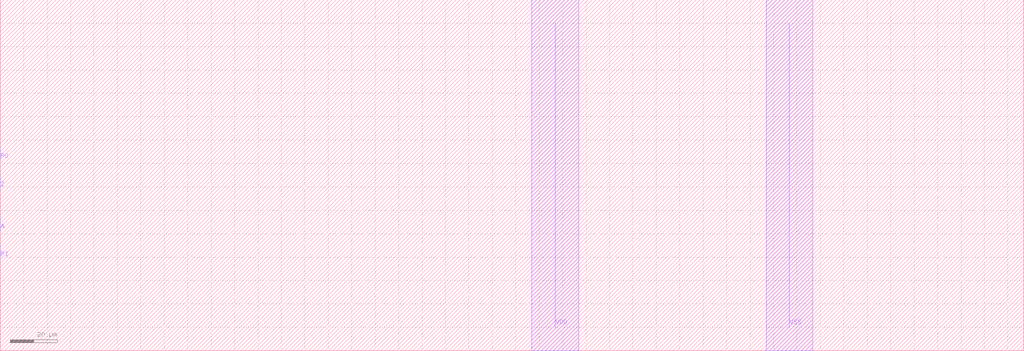
<source format=lef>
MACRO IN1Y EEQ IN1X ;
 FOREIGN IN1Y ;
 class pad ;
 SIZE 436.8 BY 150 ;
 SYMMETRY Y ;
 SITE IOY ;
 PIN Z DIRECTION OUTPUT ;
    PORT
      LAYER M2 ;
      PATH 0 69 0 75 ;
    END
 END Z
 PIN PO
    DIRECTION OUTPUT ;
    PORT
      LAYER M2 ;
      PATH 0 81 0 87 ;
    END
 END PO
 PIN A DIRECTION INPUT ;
 PORT LAYER M2 ;
 PATH 0 51 0 57 ;
 END
END A PIN PI DIRECTION INPUT ;
 PORT LAYER M2 ;
 PATH 0 39 0 45 ;
 END
END PI PIN VDD DIRECTION INOUT ;
 SHAPE ABUTMENT ;
 PORT LAYER M2 ;
 WIDTH 20 ;
 PATH 236.8 10 236.8 140 ;
 END
END VDD PIN VSS DIRECTION INOUT ;
 SHAPE ABUTMENT ;
 PORT LAYER M2 ;
 WIDTH 20 ;
 PATH 336.8 10 336.8 140 ;
 END
END VSS
END IN1Y 

</source>
